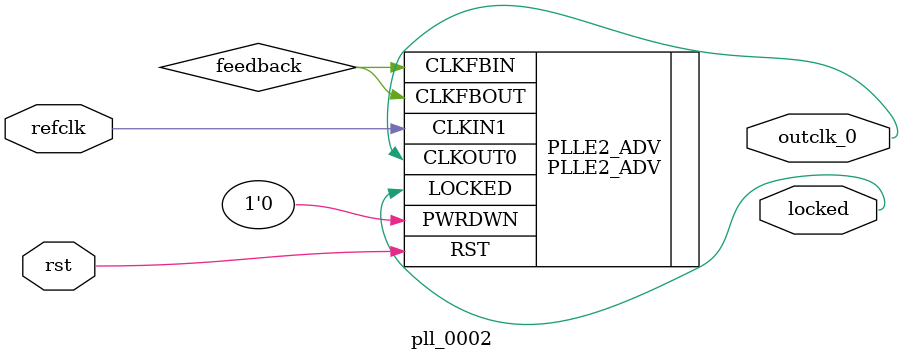
<source format=v>
`timescale 1ns/10ps
module  pll_0002(
	input  wire refclk,
	input  wire rst,
	output wire outclk_0,
	output wire locked
);

	wire feedback;
	
	PLLE2_ADV #(
		.CLKFBOUT_MULT(6'd32),
		.CLKIN1_PERIOD(20.0),
		.CLKOUT0_DIVIDE(7'd80), // 20 MHz = 50 MHz * 32 / 80
		.CLKOUT0_PHASE(1'd0),
		.DIVCLK_DIVIDE(1'd1),
		.REF_JITTER1(0.01),
		.STARTUP_WAIT("FALSE")
	) PLLE2_ADV (
		.CLKFBIN(feedback),
		.CLKIN1(refclk),
		.PWRDWN(1'b0),
		.RST(rst),
		.CLKFBOUT(feedback),
		.CLKOUT0(outclk_0),
		.LOCKED(locked)
);
	
endmodule


</source>
